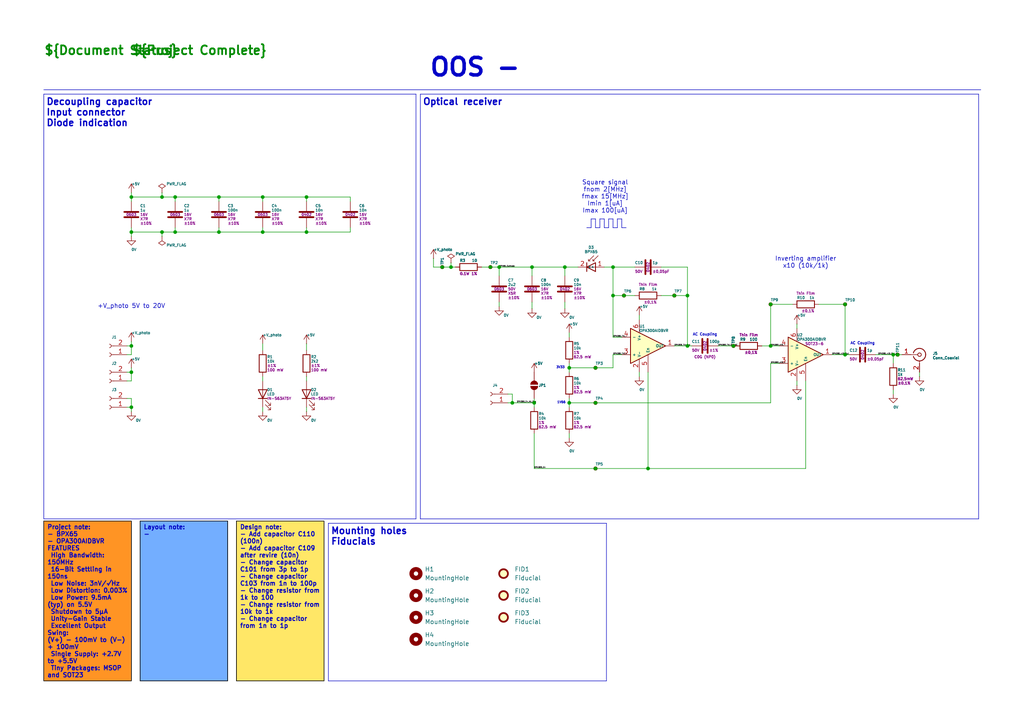
<source format=kicad_sch>
(kicad_sch (version 20250114) (generator "eeschema") (generator_version "9.0")
  (paper "A4")
  (title_block (title "${Project Title}") (date "${Date Start Schematic}") (rev "${Project Revision}") (company "${Company}") (comment 1 "${Engineer}") (comment 2 "${Email}") (comment 3 "${Phone Number}") (comment 4 "${Project Reason}"))
  (text "+V_photo 5V to 20V" (at 38.1 88.9 0) (effects (font (size 1.27 1.27))))
  (text "Square signal\nfnom 2[MHz]\nfmax 15[MHz]\nImin 1[uA]\nImax 100[uA]" (at 175.514 57.15 0) (effects (font (size 1.27 1.27))))
  (text "Mounting holes\nFiducials" (at 95.885 153.035 0) (effects (font (size 1.905 1.905) (thickness 0.381) (bold yes)) (justify left top)))
  (text "AC Coupling" (at 250.19 99.695 0) (effects (font (size 0.762 0.762))))
  (text "Inverting amplifier\nx10 (10k/1k)" (at 233.68 76.2 0) (effects (font (size 1.27 1.27))))
  (text "AC Coupling" (at 204.47 97.155 0) (effects (font (size 0.762 0.762))))
  (text "1V66" (at 161.544 116.84 0) (effects (font (size 0.635 0.635)) (justify left)))
  (text "${Project Complete}" (at 38.1 13.335 0) (effects (font (size 2.54 2.54) (thickness 0.508) (bold yes)) (justify left top)))
  (text "${Document Status}" (at 12.7 13.335 0) (effects (font (size 2.54 2.54) (thickness 0.508) (bold yes)) (justify left top)))
  (text "Decoupling capacitor\nInput connector\nDiode indication" (at 13.335 28.575 0) (effects (font (size 1.905 1.905) (thickness 0.381) (bold yes)) (justify left top)))
  (text "OOS - ${SHEETNAME}" (at 139.7 19.685 0) (effects (font (size 5.08 5.08) (thickness 1.016) (bold yes))))
  (text "3V33" (at 161.29 106.68 0) (effects (font (size 0.635 0.635)) (justify left)))
  (text "Optical receiver" (at 122.555 28.575 0) (effects (font (size 1.905 1.905) (thickness 0.381) (bold yes)) (justify left top)))
  (text_box "Design note:\n- Add capacitor C110 (100n)\n- Add capacitor C109 after revire (10n)\n- Change capacitor C101 from 3p to 1p\n- Change capacitor C103 from 1n to 100p\n- Change resistor from 1k to 100\n- Change resistor from 10k to 1k\n- Change capacitor from 1n to 1p" (at 68.58 151.13 0) (size 25.4 46.355) (margins 0.9525 0.9525 0.9525 0.9525) (stroke (width 0.2032) (color 0 0 0 1)) (fill (type color) (color 255 231 103 1)) (effects (font (size 1.27 1.27) (thickness 0.254) (bold yes)) (justify left top)))
  (text_box "Layout note:\n-" (at 40.64 151.13 0) (size 25.4 46.355) (margins 0.9525 0.9525 0.9525 0.9525) (stroke (width 0.2032) (color 0 0 0 1)) (fill (type color) (color 115 174 255 1)) (effects (font (size 1.27 1.27) (thickness 0.254) (bold yes)) (justify left top)))
  (text_box "Project note:\n- BPX65\n- OPA300AIDBVR\nFEATURES\n High Bandwidth: 150MHz\n 16-Bit Settling in 150ns\n Low Noise: 3nV/√Hz\n Low Distortion: 0.003%\n Low Power: 9.5mA (typ) on 5.5V\n Shutdown to 5μA\n Unity-Gain Stable\n Excellent Output Swing:\n(V+) − 100mV to (V−) + 100mV\n Single Supply: +2.7V to +5.5V\n Tiny Packages: MSOP and SOT23" (at 12.7 151.13 0) (size 25.4 46.355) (margins 0.9525 0.9525 0.9525 0.9525) (stroke (width 0.2032) (color 0 0 0 1)) (fill (type color) (color 255 148 36 1)) (effects (font (size 1.27 1.27) (thickness 0.254) (bold yes)) (justify left top)))
  (junction (at 172.72 116.84))
  (junction (at 142.24 77.47))
  (junction (at 199.39 100.33))
  (junction (at 38.1 100.33))
  (junction (at 187.96 135.89))
  (junction (at 177.8 77.47))
  (junction (at 165.1 106.68))
  (junction (at 260.35 102.87))
  (junction (at 223.52 88.265))
  (junction (at 38.1 57.15))
  (junction (at 177.8 85.725))
  (junction (at 46.99 67.31))
  (junction (at 154.94 116.84))
  (junction (at 172.72 106.68))
  (junction (at 144.78 77.47))
  (junction (at 50.8 57.15))
  (junction (at 148.59 116.84))
  (junction (at 38.1 107.95))
  (junction (at 223.52 100.33))
  (junction (at 199.39 85.725))
  (junction (at 154.305 77.47))
  (junction (at 180.975 85.725))
  (junction (at 63.5 57.15))
  (junction (at 128.27 77.47))
  (junction (at 245.11 88.265))
  (junction (at 165.1 116.84))
  (junction (at 88.9 57.15))
  (junction (at 63.5 67.31))
  (junction (at 46.99 57.15))
  (junction (at 130.81 77.47))
  (junction (at 259.08 102.87))
  (junction (at 76.2 67.31))
  (junction (at 163.83 77.47))
  (junction (at 245.11 102.87))
  (junction (at 88.9 67.31))
  (junction (at 38.1 118.11))
  (junction (at 195.58 85.725))
  (junction (at 172.72 135.89))
  (junction (at 50.8 67.31))
  (junction (at 38.1 67.31))
  (junction (at 76.2 57.15))
  (junction (at 212.725 100.33))
  (wire (pts (xy 88.9 109.22) (xy 88.9 110.49)))
  (wire (pts (xy 199.39 100.33) (xy 200.66 100.33)))
  (wire (pts (xy 101.6 57.15) (xy 101.6 58.42)))
  (polyline (pts (xy 12.7 27.305) (xy 120.65 27.305)))
  (wire (pts (xy 76.2 57.15) (xy 88.9 57.15)))
  (wire (pts (xy 187.96 107.95) (xy 187.96 135.89)))
  (wire (pts (xy 187.96 135.89) (xy 233.68 135.89)))
  (wire (pts (xy 223.52 100.33) (xy 226.06 100.33)))
  (wire (pts (xy 46.99 67.31) (xy 46.99 68.58)))
  (wire (pts (xy 76.2 99.695) (xy 76.2 101.6)))
  (polyline (pts (xy 120.65 150.495) (xy 12.7 150.495)))
  (wire (pts (xy 36.83 115.57) (xy 38.1 115.57)))
  (wire (pts (xy 38.1 107.95) (xy 38.1 106.68)))
  (wire (pts (xy 46.99 67.31) (xy 50.8 67.31)))
  (wire (pts (xy 144.78 77.47) (xy 142.24 77.47)))
  (wire (pts (xy 147.32 116.84) (xy 148.59 116.84)))
  (wire (pts (xy 260.35 102.87) (xy 261.62 102.87)))
  (polyline (pts (xy 179.07 66.04) (xy 179.07 63.5)))
  (wire (pts (xy 128.27 77.47) (xy 130.81 77.47)))
  (wire (pts (xy 88.9 67.31) (xy 101.6 67.31)))
  (wire (pts (xy 50.8 66.04) (xy 50.8 67.31)))
  (wire (pts (xy 177.8 77.47) (xy 175.26 77.47)))
  (wire (pts (xy 259.08 105.41) (xy 259.08 102.87)))
  (wire (pts (xy 144.78 87.63) (xy 144.78 88.9)))
  (polyline (pts (xy 180.34 66.04) (xy 181.61 66.04)))
  (wire (pts (xy 172.72 135.89) (xy 187.96 135.89)))
  (wire (pts (xy 38.1 100.33) (xy 38.1 99.06)))
  (wire (pts (xy 165.1 125.73) (xy 165.1 127)))
  (wire (pts (xy 245.11 88.265) (xy 245.11 102.87)))
  (polyline (pts (xy 176.53 63.5) (xy 177.8 63.5)))
  (wire (pts (xy 163.83 77.47) (xy 167.64 77.47)))
  (wire (pts (xy 259.08 102.87) (xy 260.35 102.87)))
  (wire (pts (xy 195.58 100.33) (xy 199.39 100.33)))
  (wire (pts (xy 125.73 74.93) (xy 125.73 77.47)))
  (wire (pts (xy 177.8 85.725) (xy 177.8 97.79)))
  (wire (pts (xy 36.83 118.11) (xy 38.1 118.11)))
  (polyline (pts (xy 12.7 27.305) (xy 12.7 150.495)))
  (wire (pts (xy 246.38 102.87) (xy 245.11 102.87)))
  (wire (pts (xy 88.9 66.04) (xy 88.9 67.31)))
  (wire (pts (xy 223.52 116.84) (xy 223.52 105.41)))
  (polyline (pts (xy 173.99 63.5) (xy 175.26 63.5)))
  (wire (pts (xy 165.1 106.68) (xy 165.1 107.95)))
  (wire (pts (xy 38.1 57.15) (xy 46.99 57.15)))
  (polyline (pts (xy 180.34 63.5) (xy 180.34 66.04)))
  (wire (pts (xy 163.83 87.63) (xy 163.83 89.535)))
  (wire (pts (xy 165.1 115.57) (xy 165.1 116.84)))
  (wire (pts (xy 233.68 135.89) (xy 233.68 110.49)))
  (wire (pts (xy 38.1 57.15) (xy 38.1 58.42)))
  (wire (pts (xy 195.58 85.725) (xy 199.39 85.725)))
  (wire (pts (xy 36.83 110.49) (xy 38.1 110.49)))
  (wire (pts (xy 172.72 106.68) (xy 177.8 106.68)))
  (wire (pts (xy 63.5 57.15) (xy 63.5 58.42)))
  (wire (pts (xy 180.34 97.79) (xy 177.8 97.79)))
  (wire (pts (xy 88.9 118.11) (xy 88.9 119.38)))
  (wire (pts (xy 254 102.87) (xy 259.08 102.87)))
  (polyline (pts (xy 121.92 27.305) (xy 121.92 150.495)))
  (wire (pts (xy 231.14 93.98) (xy 231.14 95.25)))
  (wire (pts (xy 76.2 67.31) (xy 76.2 66.04)))
  (wire (pts (xy 142.24 77.47) (xy 139.7 77.47)))
  (polyline (pts (xy 283.845 150.495) (xy 121.92 150.495)))
  (wire (pts (xy 46.99 57.15) (xy 50.8 57.15)))
  (wire (pts (xy 147.32 114.3) (xy 148.59 114.3)))
  (polyline (pts (xy 177.8 66.04) (xy 179.07 66.04)))
  (wire (pts (xy 191.77 85.725) (xy 195.58 85.725)))
  (wire (pts (xy 38.1 118.11) (xy 38.1 119.38)))
  (wire (pts (xy 154.305 77.47) (xy 163.83 77.47)))
  (wire (pts (xy 154.305 77.47) (xy 154.305 80.01)))
  (wire (pts (xy 220.98 100.33) (xy 223.52 100.33)))
  (polyline (pts (xy 176.53 66.04) (xy 176.53 63.5)))
  (polyline (pts (xy 177.8 63.5) (xy 177.8 66.04)))
  (wire (pts (xy 241.3 102.87) (xy 245.11 102.87)))
  (polyline (pts (xy 179.07 63.5) (xy 180.34 63.5)))
  (polyline (pts (xy 120.65 27.305) (xy 120.65 150.495)))
  (wire (pts (xy 177.8 106.68) (xy 177.8 102.87)))
  (wire (pts (xy 144.78 80.01) (xy 144.78 77.47)))
  (wire (pts (xy 154.94 125.73) (xy 154.94 135.89)))
  (polyline (pts (xy 175.895 151.765) (xy 175.895 197.485)))
  (wire (pts (xy 88.9 57.15) (xy 88.9 58.42)))
  (wire (pts (xy 185.42 107.95) (xy 185.42 109.22)))
  (polyline (pts (xy 171.45 66.04) (xy 171.45 63.5)))
  (wire (pts (xy 154.94 135.89) (xy 172.72 135.89)))
  (wire (pts (xy 266.7 107.95) (xy 266.7 109.22)))
  (wire (pts (xy 148.59 114.3) (xy 148.59 116.84)))
  (polyline (pts (xy 95.25 151.765) (xy 95.25 197.485)))
  (wire (pts (xy 237.49 88.265) (xy 245.11 88.265)))
  (wire (pts (xy 223.52 88.265) (xy 229.87 88.265)))
  (wire (pts (xy 177.8 85.725) (xy 180.975 85.725)))
  (wire (pts (xy 36.83 100.33) (xy 38.1 100.33)))
  (wire (pts (xy 38.1 102.87) (xy 38.1 100.33)))
  (wire (pts (xy 165.1 106.68) (xy 172.72 106.68)))
  (polyline (pts (xy 283.845 27.305) (xy 283.845 150.495)))
  (wire (pts (xy 223.52 88.265) (xy 223.52 100.33)))
  (wire (pts (xy 259.08 114.3) (xy 259.08 113.03)))
  (wire (pts (xy 88.9 99.695) (xy 88.9 101.6)))
  (wire (pts (xy 172.72 116.84) (xy 223.52 116.84)))
  (wire (pts (xy 177.8 102.87) (xy 180.34 102.87)))
  (wire (pts (xy 38.1 67.31) (xy 38.1 68.58)))
  (wire (pts (xy 50.8 57.15) (xy 50.8 58.42)))
  (wire (pts (xy 38.1 66.04) (xy 38.1 67.31)))
  (wire (pts (xy 88.9 57.15) (xy 101.6 57.15)))
  (wire (pts (xy 208.28 100.33) (xy 212.725 100.33)))
  (polyline (pts (xy 173.99 66.04) (xy 173.99 63.5)))
  (wire (pts (xy 36.83 102.87) (xy 38.1 102.87)))
  (wire (pts (xy 101.6 66.04) (xy 101.6 67.31)))
  (wire (pts (xy 165.1 96.52) (xy 165.1 97.79)))
  (wire (pts (xy 154.94 116.84) (xy 154.94 118.11)))
  (polyline (pts (xy 121.92 27.305) (xy 283.845 27.305)))
  (wire (pts (xy 180.975 85.725) (xy 184.15 85.725)))
  (polyline (pts (xy 175.895 197.485) (xy 95.25 197.485)))
  (polyline (pts (xy 175.26 63.5) (xy 175.26 66.04)))
  (wire (pts (xy 199.39 85.725) (xy 199.39 77.47)))
  (wire (pts (xy 76.2 109.22) (xy 76.2 110.49)))
  (polyline (pts (xy 172.72 63.5) (xy 172.72 66.04)))
  (wire (pts (xy 154.305 87.63) (xy 154.305 89.535)))
  (wire (pts (xy 144.78 77.47) (xy 154.305 77.47)))
  (wire (pts (xy 177.8 77.47) (xy 184.15 77.47)))
  (wire (pts (xy 154.94 115.57) (xy 154.94 116.84)))
  (polyline (pts (xy 175.26 66.04) (xy 176.53 66.04)))
  (wire (pts (xy 231.14 110.49) (xy 231.14 111.76)))
  (wire (pts (xy 165.1 116.84) (xy 172.72 116.84)))
  (wire (pts (xy 46.99 55.88) (xy 46.99 57.15)))
  (wire (pts (xy 76.2 57.15) (xy 76.2 58.42)))
  (wire (pts (xy 223.52 105.41) (xy 226.06 105.41)))
  (wire (pts (xy 125.73 77.47) (xy 128.27 77.47)))
  (wire (pts (xy 165.1 116.84) (xy 165.1 118.11)))
  (wire (pts (xy 199.39 77.47) (xy 191.77 77.47)))
  (wire (pts (xy 63.5 57.15) (xy 76.2 57.15)))
  (wire (pts (xy 199.39 85.725) (xy 199.39 100.33)))
  (wire (pts (xy 130.81 76.2) (xy 130.81 77.47)))
  (wire (pts (xy 185.42 91.44) (xy 185.42 92.71)))
  (wire (pts (xy 36.83 107.95) (xy 38.1 107.95)))
  (wire (pts (xy 50.8 57.15) (xy 63.5 57.15)))
  (polyline (pts (xy 171.45 63.5) (xy 172.72 63.5)))
  (wire (pts (xy 38.1 67.31) (xy 46.99 67.31)))
  (wire (pts (xy 63.5 67.31) (xy 76.2 67.31)))
  (wire (pts (xy 163.83 77.47) (xy 163.83 80.01)))
  (wire (pts (xy 165.1 105.41) (xy 165.1 106.68)))
  (wire (pts (xy 177.8 85.725) (xy 177.8 77.47)))
  (wire (pts (xy 38.1 55.88) (xy 38.1 57.15)))
  (wire (pts (xy 63.5 66.04) (xy 63.5 67.31)))
  (wire (pts (xy 76.2 118.11) (xy 76.2 119.38)))
  (wire (pts (xy 50.8 67.31) (xy 63.5 67.31)))
  (wire (pts (xy 38.1 110.49) (xy 38.1 107.95)))
  (wire (pts (xy 130.81 77.47) (xy 132.08 77.47)))
  (wire (pts (xy 38.1 115.57) (xy 38.1 118.11)))
  (polyline (pts (xy 12.7 26.035) (xy 284.48 26.035)))
  (wire (pts (xy 148.59 116.84) (xy 154.94 116.84)))
  (wire (pts (xy 76.2 67.31) (xy 88.9 67.31)))
  (wire (pts (xy 212.725 100.33) (xy 213.36 100.33)))
  (polyline (pts (xy 170.18 66.04) (xy 171.45 66.04)))
  (polyline (pts (xy 95.25 151.765) (xy 175.895 151.765)))
  (polyline (pts (xy 172.72 66.04) (xy 173.99 66.04)))
  (label "OPA300_TIA_Out_AC" (at 208.28 100.33 0) (effects (font (size 0.381 0.381))))
  (label "OPA300_TIA_-" (at 177.8 97.79 0) (effects (font (size 0.381 0.381))))
  (label "OPA300_x10_Out" (at 241.3 102.87 0) (effects (font (size 0.381 0.381))))
  (label "OPA300_TIA_+" (at 177.8 102.87 0) (effects (font (size 0.381 0.381))))
  (label "BPX65_Cathode" (at 144.78 77.47 0) (effects (font (size 0.381 0.381))))
  (label "OPA300_x10_-" (at 223.52 100.33 0) (effects (font (size 0.381 0.381))))
  (label "OPA300_x10_+" (at 223.52 105.41 0) (effects (font (size 0.381 0.381))))
  (label "OPA300_TIA_Out" (at 195.58 100.33 0) (effects (font (size 0.381 0.381))))
  (label "OPA300_En" (at 154.94 135.89 0) (effects (font (size 0.381 0.381) (thickness 0.254) (bold yes))))
  (label "OPA300_x10_Out_AC" (at 254.635 102.87 0) (effects (font (size 0.381 0.381))))
  (label "OPA300_En_Alt_Con" (at 149.86 116.84 0) (effects (font (size 0.381 0.381) (thickness 0.254) (bold yes))))
  (symbol (lib_id "Mechanical:MountingHole") (at 120.65 172.72 0) (unit 1) (in_bom no)
    (property "Reference" "H2" (at 123.19 171.4499 0) (effects (justify left)))
    (property "Value" "MountingHole" (at 123.19 173.9899 0) (effects (justify left)))
    (property "Footprint" "MountingHole:MountingHole_3.2mm_M3" (effects (hide yes)))
    (property "Description" "Mounting Hole without connection" (effects (hide yes)))
  )
  (symbol (lib_id "power:+5V") (at 38.1 99.06 0) (unit 1)
    (property "Reference" "#PWR03" (effects (hide yes)))
    (property "Value" "+V_photo" (at 38.1 96.52 0) (effects (font (size 0.762 0.762)) (justify left)))
    (property "Description" "Power symbol creates a global label with name \"+5V\"" (effects (hide yes)))
  )
  (symbol (lib_id "power:+5V") (at 38.1 55.88 0) (unit 1)
    (property "Reference" "#PWR01" (effects (hide yes)))
    (property "Value" "+5V" (at 38.1 53.34 0) (effects (font (size 0.762 0.762)) (justify left)))
    (property "Description" "Power symbol creates a global label with name \"+5V\"" (effects (hide yes)))
  )
  (symbol (lib_id "Device:C") (at 144.78 83.82 180) (unit 1)
    (property "Reference" "C7" (at 147.32 81.28 0) (effects (font (size 0.762 0.762)) (justify right)))
    (property "Value" "2u2" (at 147.32 82.55 0) (effects (font (size 0.762 0.762)) (justify right)))
    (property "Footprint" "Capacitor_SMD:C_0603_1608Metric" (effects (hide yes)))
    (property "Description" "Unpolarized capacitor" (effects (hide yes)))
    (property "Voltage Rating" "50V" (at 147.32 83.82 0) (effects (font (size 0.762 0.762)) (justify right)))
    (property "Dielectric" "X5R" (at 147.32 85.09 0) (effects (font (size 0.762 0.762)) (justify right)))
    (property "Package" "0603" (at 144.78 83.82 0) (effects (font (size 0.762 0.762))))
    (property "Supplier" "NA" (effects (hide yes)))
    (property "Tolerance" "±10%" (at 147.32 86.36 0) (effects (font (size 0.762 0.762)) (justify right)))
    (property "MPN after review" "LMK107BJ225KA-T" (effects (hide yes)))
  )
  (symbol (lib_id "Device:R") (at 154.94 121.92 0) (unit 1)
    (property "Reference" "R4" (at 156.21 120.015 0) (effects (font (size 0.762 0.762)) (justify left)))
    (property "Value" "10k" (at 156.21 121.285 0) (effects (font (size 0.762 0.762)) (justify left)))
    (property "Footprint" "Resistor_SMD:R_0402_1005Metric" (effects (hide yes)))
    (property "Datasheet" "https://eu.mouser.com/datasheet/2/447/PYu_RC_Group_51_RoHS_L_11-1984063.pdf" (effects (hide yes)))
    (property "Description" "Resistor" (effects (hide yes)))
    (property "Power Rating" "62.5 mW" (at 156.21 123.825 0) (effects (font (size 0.762 0.762)) (justify left)))
    (property "Tolerance" "1%" (at 156.21 122.555 0) (effects (font (size 0.762 0.762)) (justify left)))
    (property "Temperature Coefficient" "100 PPM / C" (effects (hide yes)))
    (property "Voltage Rating" "50V" (effects (hide yes)))
    (property "MPN after review" "RC0603JR-13100KL" (effects (hide yes)))
    (property "Supplier" "TME" (effects (hide yes)))
    (property "Package" "0402" (effects (hide yes)))
  )
  (symbol (lib_id "Device:C") (at 187.96 77.47 90) (unit 1)
    (property "Reference" "C10" (at 184.15 76.2 90) (effects (font (size 0.762 0.762)) (justify right)))
    (property "Value" "1p" (at 189.23 76.2 90) (effects (font (size 0.762 0.762)) (justify right)))
    (property "Footprint" "Capacitor_SMD:C_0402_1005Metric" (effects (hide yes)))
    (property "Datasheet" "https://eu.mouser.com/datasheet/2/281/1/GJM1555C1H3R0WB01_01A-3149772.pdf" (effects (hide yes)))
    (property "Description" "Unpolarized capacitor" (effects (hide yes)))
    (property "Voltage Rating" "50V" (at 184.15 78.74 90) (effects (font (size 0.762 0.762)) (justify right)))
    (property "Package" "0402" (at 187.96 77.47 0) (effects (font (size 0.762 0.762))))
    (property "Supplier" "TME" (effects (hide yes)))
    (property "Tolerance" "±0,05pF " (at 189.23 78.74 90) (effects (font (size 0.762 0.762)) (justify right)))
    (property "MPN before review" "GJM1555C1H3R0WB01D" (effects (hide yes)))
    (property "Dielectric" "COG (NP0)" (effects (hide yes)))
    (property "MPN after review" "GJM1555C1H1R0WB01D" (effects (hide yes)))
  )
  (symbol (lib_id "Connector:Conn_01x02_Socket") (at 142.24 116.84 180) (unit 1)
    (property "Reference" "J4" (at 142.875 111.76 0) (effects (font (size 0.762 0.762)) (justify right)))
    (property "Value" "Conn_01x02_Socket" (effects (hide yes)))
    (property "Footprint" "Connector_PinHeader_2.54mm:PinHeader_1x02_P2.54mm_Vertical" (effects (hide yes)))
    (property "Description" "Generic connector, single row, 01x02, script generated" (effects (hide yes)))
  )
  (symbol (lib_id "Device:C") (at 154.305 83.82 0) (unit 1)
    (property "Reference" "C8" (at 156.845 81.28 0) (effects (font (size 0.762 0.762)) (justify left)))
    (property "Value" "100n" (at 156.845 82.55 0) (effects (font (size 0.762 0.762)) (justify left)))
    (property "Footprint" "Capacitor_SMD:C_0603_1608Metric" (effects (hide yes)))
    (property "Description" "Unpolarized capacitor" (effects (hide yes)))
    (property "Voltage Rating" "16V" (at 156.845 83.82 0) (effects (font (size 0.762 0.762)) (justify left)))
    (property "Dielectric" "X7R" (at 156.845 85.09 0) (effects (font (size 0.762 0.762)) (justify left)))
    (property "Package" "0603" (at 154.305 83.82 0) (effects (font (size 0.762 0.762))))
    (property "Tolerance" "±10%" (at 156.845 86.36 0) (effects (font (size 0.762 0.762)) (justify left)))
    (property "MPN after review" "EMK108B7104KA-T" (effects (hide yes)))
    (property "Supplier" "TME" (effects (hide yes)))
  )
  (symbol (lib_id "Device:C") (at 38.1 62.23 0) (unit 1)
    (property "Reference" "C1" (at 40.64 59.69 0) (effects (font (size 0.762 0.762)) (justify left)))
    (property "Value" "1u" (at 40.64 60.96 0) (effects (font (size 0.762 0.762)) (justify left)))
    (property "Footprint" "Capacitor_SMD:C_0603_1608Metric" (effects (hide yes)))
    (property "Description" "Unpolarized capacitor" (effects (hide yes)))
    (property "Voltage Rating" "16V" (at 40.64 62.23 0) (effects (font (size 0.762 0.762)) (justify left)))
    (property "Dielectric" "X7R" (at 40.64 63.5 0) (effects (font (size 0.762 0.762)) (justify left)))
    (property "Package" "0603" (at 38.1 62.23 0) (effects (font (size 0.762 0.762))))
    (property "Tolerance" "±10%" (at 40.64 64.77 0) (effects (font (size 0.762 0.762)) (justify left)))
    (property "MPN after review" "C0603C105K4RACTU" (effects (hide yes)))
    (property "Supplier" "TME" (effects (hide yes)))
  )
  (symbol (lib_id "Device:R") (at 259.08 109.22 180) (unit 1)
    (property "Reference" "R11" (at 260.35 107.315 0) (effects (font (size 0.762 0.762)) (justify right)))
    (property "Value" "1k" (at 260.35 108.585 0) (effects (font (size 0.762 0.762)) (justify right)))
    (property "Footprint" "Resistor_SMD:R_0402_1005Metric" (effects (hide yes)))
    (property "Datasheet" "https://www.yageo.com/upload/media/product/productsearch/datasheet/rchip/PYu-RT_1-to-0.01_RoHS_L_15.pdf" (effects (hide yes)))
    (property "Description" "Resistor" (effects (hide yes)))
    (property "Power Rating" "62,5mW" (at 260.35 109.855 0) (effects (font (size 0.762 0.762)) (justify right)))
    (property "Tolerance" "±0,1%" (at 260.35 111.125 0) (effects (font (size 0.762 0.762)) (justify right)))
    (property "Temperature Coefficient" "25ppm/°C" (effects (hide yes)))
    (property "MPN after review" "RT0402BRD071KL" (effects (hide yes)))
    (property "Package" "0402" (effects (hide yes)))
  )
  (symbol (lib_id "Device:R") (at 165.1 111.76 0) (unit 1)
    (property "Reference" "R6" (at 166.37 109.855 0) (effects (font (size 0.762 0.762)) (justify left)))
    (property "Value" "10k" (at 166.37 111.125 0) (effects (font (size 0.762 0.762)) (justify left)))
    (property "Footprint" "Resistor_SMD:R_0402_1005Metric" (effects (hide yes)))
    (property "Datasheet" "https://eu.mouser.com/datasheet/2/447/PYu_RC_Group_51_RoHS_L_11-1984063.pdf" (effects (hide yes)))
    (property "Description" "Resistor" (effects (hide yes)))
    (property "Power Rating" "62.5 mW" (at 166.37 113.665 0) (effects (font (size 0.762 0.762)) (justify left)))
    (property "Tolerance" "1%" (at 166.37 112.395 0) (effects (font (size 0.762 0.762)) (justify left)))
    (property "Temperature Coefficient" "100 PPM / C" (effects (hide yes)))
    (property "Voltage Rating" "50V" (effects (hide yes)))
    (property "MPN after review" "RC0603JR-13100KL" (effects (hide yes)))
    (property "Supplier" "TME" (effects (hide yes)))
    (property "Package" "0402" (effects (hide yes)))
  )
  (symbol (lib_id "Connector:TestPoint_Small") (at 245.11 88.265 0) (unit 1)
    (property "Reference" "TP10" (at 245.11 86.995 0) (effects (font (size 0.762 0.762)) (justify left)))
    (property "Value" "TestPoint_Small" (effects (hide yes)))
    (property "Footprint" "TestPoint:TestPoint_Pad_D1.0mm" (effects (hide yes)))
    (property "Description" "test point" (effects (hide yes)))
  )
  (symbol (lib_id "power:GND") (at 76.2 119.38 0) (unit 1)
    (property "Reference" "#PWR07" (effects (hide yes)))
    (property "Value" "0V" (at 77.47 121.92 0) (effects (font (size 0.762 0.762)) (justify left)))
    (property "Description" "Power symbol creates a global label with name \"GND\" , ground" (effects (hide yes)))
  )
  (symbol (lib_id "power:+5V") (at 154.94 107.95 0) (unit 1)
    (property "Reference" "#PWR013" (effects (hide yes)))
    (property "Value" "+5V" (at 154.94 105.41 0) (effects (font (size 0.762 0.762)) (justify left)))
    (property "Description" "Power symbol creates a global label with name \"+5V\"" (effects (hide yes)))
  )
  (symbol (lib_id "power:+5V") (at 125.73 74.93 0) (unit 1)
    (property "Reference" "#PWR010" (effects (hide yes)))
    (property "Value" "+V_photo" (at 125.73 72.39 0) (effects (font (size 0.762 0.762)) (justify left)))
    (property "Description" "Power symbol creates a global label with name \"+5V\"" (effects (hide yes)))
  )
  (symbol (lib_id "Mechanical:MountingHole") (at 120.65 166.37 0) (unit 1) (in_bom no)
    (property "Reference" "H1" (at 123.19 165.0999 0) (effects (justify left)))
    (property "Value" "MountingHole" (at 123.19 167.6399 0) (effects (justify left)))
    (property "Footprint" "MountingHole:MountingHole_3.2mm_M3" (effects (hide yes)))
    (property "Description" "Mounting Hole without connection" (effects (hide yes)))
  )
  (symbol (lib_id "power:+5V") (at 231.14 93.98 0) (unit 1)
    (property "Reference" "#PWR019" (effects (hide yes)))
    (property "Value" "+5V" (at 231.14 91.44 0) (effects (font (size 0.762 0.762)) (justify left)))
    (property "Description" "Power symbol creates a global label with name \"+5V\"" (effects (hide yes)))
  )
  (symbol (lib_id "Device:R") (at 217.17 100.33 90) (unit 1)
    (property "Reference" "R9" (at 214.63 98.425 90) (effects (font (size 0.762 0.762)) (justify right)))
    (property "Value" "100" (at 219.71 98.425 90) (effects (font (size 0.762 0.762)) (justify left)))
    (property "Footprint" "Resistor_SMD:R_0402_1005Metric" (effects (hide yes)))
    (property "Datasheet" "https://www.yageo.com/upload/media/product/productsearch/datasheet/rchip/PYu-RT_1-to-0.01_RoHS_L_15.pdf" (effects (hide yes)))
    (property "Description" "Resistor" (effects (hide yes)))
    (property "Power Rating" "62,5mW" (effects (hide yes)))
    (property "Tolerance" "±0,1%" (at 219.71 102.235 90) (effects (font (size 0.762 0.762)) (justify left)))
    (property "Temperature Coefficient" "25ppm/°C" (effects (hide yes)))
    (property "Type" "Thin Film" (at 217.17 97.155 90) (effects (font (size 0.762 0.762))))
    (property "Package" "0402" (effects (hide yes)))
    (property "MPN before review" "RT0402BRD071KL" (effects (hide yes)))
    (property "MPN after review" "ERA2AEB101X" (effects (hide yes)))
    (property "Supplier" "TME" (effects (hide yes)))
    (property "Voltage Rating" "100V" (effects (hide yes)))
  )
  (symbol (lib_id "power:GND") (at 231.14 111.76 0) (unit 1)
    (property "Reference" "#PWR020" (effects (hide yes)))
    (property "Value" "0V" (at 231.14 115.57 0) (effects (font (size 0.762 0.762)) (justify left)))
    (property "Description" "Power symbol creates a global label with name \"GND\" , ground" (effects (hide yes)))
  )
  (symbol (lib_id "Device:R") (at 88.9 105.41 0) (unit 1)
    (property "Reference" "R2" (at 90.17 103.505 0) (effects (font (size 0.762 0.762)) (justify left)))
    (property "Value" "2k2" (at 90.17 104.775 0) (effects (font (size 0.762 0.762)) (justify left)))
    (property "Footprint" "Resistor_SMD:R_0603_1608Metric" (effects (hide yes)))
    (property "Description" "Resistor" (effects (hide yes)))
    (property "Power Rating" "100 mW" (at 90.17 107.315 0) (effects (font (size 0.762 0.762)) (justify left)))
    (property "Tolerance" "±1%" (at 90.17 106.045 0) (effects (font (size 0.762 0.762)) (justify left)))
    (property "Supplier" "TME" (effects (hide yes)))
    (property "MPN" "RT0603FRE072K2L" (effects (hide yes)))
    (property "Temperature Coefficient" "50ppm/°C" (effects (hide yes)))
    (property "Package" "0603" (effects (hide yes)))
  )
  (symbol (lib_id "QP Biblioteka:OPA300AIDBVR") (at 226.06 95.25 0) (unit 1)
    (property "Reference" "U2" (at 231.14 97.155 0) (effects (font (size 0.762 0.762)) (justify left)))
    (property "Value" "OPA300AIDBVR" (at 231.14 98.425 0) (effects (font (size 0.762 0.762)) (justify left)))
    (property "Footprint" "Package_TO_SOT_SMD:SOT-23-6_Handsoldering" (effects (hide yes)))
    (property "Datasheet" "https://www.ti.com/lit/ds/symlink/opa300.pdf?ts=1728521226182&ref_url=https%253A%252F%252Fwww.ti.com%252Fsitesearch%252Fen-us%252Fdocs%252Funiversalsearch.tsp%253FlangPref%253Den-US%2526nr%253D5%2526searchTerm%253DOPA300AID" (effects (hide yes)))
    (property "Description" "The OPA300 and OPA301 series high-speed, voltage-feedback, CMOS operational amplifiers are designed for 16-bit resolution systems. The OPA300/OPA301 series are unity-gain stable and feature excellent settling and harmonic distortion specifications. Low power applications benefit from low quiescent current. The OPA300 and OPA2300 feature a digital shutdown (Enable) function to provide additional power savings during idle periods. Optimized for single-supply operation, the OPA300/OPA301 series offer superior output swing and excellent common-mode range. The OPA300 and OPA301 series op amps have 150MHz of unity-gain bandwidth, low 3nV/√Hz voltage noise, and 0.1% settling within 30ns. Single-supply operation from 2.7V (±1.35V) to 5.5V (±2.75V) and an available shutdown function that reduces supply current to 5µA are useful for portable low-power applications. The OPA300 and OPA301 are available in SO-8 and SOT-23 packages. The OPA2300 is available in MSOP-10, and the OPA2301 is available in SO-8 and MSOP-8. All versions are specified over the industrial temperature range of −40°C to +125°C." (effects (hide yes)))
    (property "Supplier" "TME" (effects (hide yes)))
    (property "Package" "SOT23-6" (at 236.22 99.695 0) (effects (font (size 0.762 0.762))))
  )
  (symbol (lib_id "power:PWR_FLAG") (at 46.99 68.58 0) (mirror x) (unit 1)
    (property "Reference" "#FLG02" (effects (hide yes)))
    (property "Value" "PWR_FLAG" (at 48.26 71.12 0) (effects (font (size 0.762 0.762)) (justify left)))
    (property "Description" "Special symbol for telling ERC where power comes from" (effects (hide yes)))
  )
  (symbol (lib_id "Device:R") (at 135.89 77.47 90) (unit 1)
    (property "Reference" "R3" (at 133.35 75.565 90) (effects (font (size 0.762 0.762)) (justify right)))
    (property "Value" "10" (at 138.43 75.565 90) (effects (font (size 0.762 0.762)) (justify left)))
    (property "Footprint" "Resistor_SMD:R_0603_1608Metric" (effects (hide yes)))
    (property "Datasheet" "https://eu.mouser.com/datasheet/2/54/cr-1858361.pdf" (effects (hide yes)))
    (property "Description" "Resistor" (effects (hide yes)))
    (property "Power Rating" "0.1W" (at 133.35 79.375 90) (effects (font (size 0.762 0.762)) (justify right)))
    (property "Tolerance" "1%" (at 138.43 79.375 90) (effects (font (size 0.762 0.762)) (justify left)))
    (property "Temperature Coefficient" "100 PPM/C" (effects (hide yes)))
    (property "Voltage Rating" "75 V" (effects (hide yes)))
    (property "Supplier" "TME" (effects (hide yes)))
    (property "Package" "0603" (effects (hide yes)))
  )
  (symbol (lib_id "Jumper:SolderJumper_2_Open") (at 154.94 111.76 90) (unit 1) (in_bom no)
    (property "Reference" "JP1" (at 156.21 111.76 90) (effects (font (size 0.762 0.762)) (justify right)))
    (property "Value" "SolderJumper_2_Open" (effects (hide yes)))
    (property "Footprint" "Jumper:SolderJumper-2_P1.3mm_Bridged_RoundedPad1.0x1.5mm" (effects (hide yes)))
    (property "Description" "Solder Jumper, 2-pole, open" (effects (hide yes)))
  )
  (symbol (lib_id "Mechanical:MountingHole") (at 120.65 179.07 0) (unit 1) (in_bom no)
    (property "Reference" "H3" (at 123.19 177.7999 0) (effects (justify left)))
    (property "Value" "MountingHole" (at 123.19 180.3399 0) (effects (justify left)))
    (property "Footprint" "MountingHole:MountingHole_3.2mm_M3" (effects (hide yes)))
    (property "Description" "Mounting Hole without connection" (effects (hide yes)))
  )
  (symbol (lib_id "power:GND") (at 38.1 119.38 0) (unit 1)
    (property "Reference" "#PWR05" (effects (hide yes)))
    (property "Value" "0V" (at 39.37 121.92 0) (effects (font (size 0.762 0.762)) (justify left)))
    (property "Description" "Power symbol creates a global label with name \"GND\" , ground" (effects (hide yes)))
  )
  (symbol (lib_id "power:GND") (at 163.83 89.535 0) (unit 1)
    (property "Reference" "#PWR014" (effects (hide yes)))
    (property "Value" "0V" (at 165.1 92.075 0) (effects (font (size 0.762 0.762)) (justify left)))
    (property "Description" "Power symbol creates a global label with name \"GND\" , ground" (effects (hide yes)))
  )
  (symbol (lib_id "QP Biblioteka:BPX65") (at 175.26 78.74 180) (unit 1)
    (property "Reference" "D3" (at 171.45 71.755 0) (effects (font (size 0.762 0.762))))
    (property "Value" "BPX65" (at 171.45 73.025 0) (effects (font (size 0.762 0.762))))
    (property "Footprint" "Package_TO_SOT_THT:TO-18-2_Lens" (effects (hide yes)))
    (property "Datasheet" "https://look.ams-osram.com/m/2584f17835ec0a61/original/BPX-65.pdf" (effects (hide yes)))
    (property "Description" "Fotodioda IR PIN; TO18; THT; 850nm; 350÷1100nm; 40°; 1nA; 250mW" (effects (hide yes)))
    (property "Supplier" "TME" (effects (hide yes)))
    (property "Package" "TO-18-2" (effects (hide yes)))
  )
  (symbol (lib_id "Device:LED") (at 88.9 114.3 90) (unit 1)
    (property "Reference" "D2" (at 90.17 113.03 90) (effects (font (size 0.762 0.762)) (justify right)))
    (property "Value" "LED" (at 90.17 114.3 90) (effects (font (size 0.762 0.762)) (justify right)))
    (property "Footprint" "Diode_SMD:D_0603_1608Metric" (effects (hide yes)))
    (property "Description" "Light emitting diode" (effects (hide yes)))
    (property "Sim.Pins" "1=K 2=A" (effects (hide yes)))
    (property "MPN" "IN-S63AT5Y" (at 90.17 115.57 90) (effects (font (size 0.762 0.762)) (justify right)))
    (property "Package" "0603" (effects (hide yes)))
  )
  (symbol (lib_id "power:GND") (at 154.305 89.535 0) (unit 1)
    (property "Reference" "#PWR012" (effects (hide yes)))
    (property "Value" "0V" (at 155.575 92.075 0) (effects (font (size 0.762 0.762)) (justify left)))
    (property "Description" "Power symbol creates a global label with name \"GND\" , ground" (effects (hide yes)))
  )
  (symbol (lib_id "power:+5V") (at 165.1 96.52 0) (unit 1)
    (property "Reference" "#PWR015" (effects (hide yes)))
    (property "Value" "+5V" (at 165.1 93.98 0) (effects (font (size 0.762 0.762)) (justify left)))
    (property "Description" "Power symbol creates a global label with name \"+5V\"" (effects (hide yes)))
  )
  (symbol (lib_id "Connector:TestPoint_Small") (at 172.72 135.89 0) (unit 1)
    (property "Reference" "TP5" (at 172.72 134.62 0) (effects (font (size 0.762 0.762)) (justify left)))
    (property "Value" "TestPoint_Small" (effects (hide yes)))
    (property "Footprint" "TestPoint:TestPoint_Pad_D1.0mm" (effects (hide yes)))
    (property "Description" "test point" (effects (hide yes)))
  )
  (symbol (lib_id "Connector:TestPoint_Small") (at 260.35 102.87 0) (unit 1)
    (property "Reference" "TP11" (at 260.35 102.235 90) (effects (font (size 0.762 0.762)) (justify left)))
    (property "Value" "TestPoint_Small" (effects (hide yes)))
    (property "Footprint" "TestPoint:TestPoint_Pad_D1.0mm" (effects (hide yes)))
    (property "Description" "test point" (effects (hide yes)))
  )
  (symbol (lib_id "Connector:TestPoint_Small") (at 172.72 116.84 0) (unit 1)
    (property "Reference" "TP4" (at 172.72 115.57 0) (effects (font (size 0.762 0.762)) (justify left)))
    (property "Value" "TestPoint_Small" (effects (hide yes)))
    (property "Footprint" "TestPoint:TestPoint_Pad_D1.0mm" (effects (hide yes)))
    (property "Description" "test point" (effects (hide yes)))
  )
  (symbol (lib_id "power:GND") (at 185.42 109.22 0) (unit 1)
    (property "Reference" "#PWR018" (effects (hide yes)))
    (property "Value" "0V" (at 185.42 113.03 0) (effects (font (size 0.762 0.762)) (justify left)))
    (property "Description" "Power symbol creates a global label with name \"GND\" , ground" (effects (hide yes)))
  )
  (symbol (lib_id "power:GND") (at 259.08 114.3 0) (unit 1)
    (property "Reference" "#PWR021" (effects (hide yes)))
    (property "Value" "0V" (at 259.08 118.11 0) (effects (font (size 0.762 0.762)) (justify left)))
    (property "Description" "Power symbol creates a global label with name \"GND\" , ground" (effects (hide yes)))
  )
  (symbol (lib_id "Mechanical:Fiducial") (at 146.05 172.72 0) (unit 1) (in_bom no)
    (property "Reference" "FID2" (at 149.225 171.4499 0) (effects (justify left)))
    (property "Value" "Fiducial" (at 149.225 173.9899 0) (effects (justify left)))
    (property "Footprint" "Fiducial:Fiducial_1.5mm_Mask3mm" (effects (hide yes)))
    (property "Description" "Fiducial Marker" (effects (hide yes)))
  )
  (symbol (lib_id "Device:R") (at 76.2 105.41 0) (unit 1)
    (property "Reference" "R1" (at 77.47 103.505 0) (effects (font (size 0.762 0.762)) (justify left)))
    (property "Value" "10k" (at 77.47 104.775 0) (effects (font (size 0.762 0.762)) (justify left)))
    (property "Footprint" "Resistor_SMD:R_0603_1608Metric" (effects (hide yes)))
    (property "Description" "Resistor" (effects (hide yes)))
    (property "Power Rating" "100 mW" (at 77.47 107.315 0) (effects (font (size 0.762 0.762)) (justify left)))
    (property "Tolerance" "±1%" (at 77.47 106.045 0) (effects (font (size 0.762 0.762)) (justify left)))
    (property "Voltage Rating" "50V" (effects (hide yes)))
    (property "Supplier" "TME" (effects (hide yes)))
    (property "MPN" "RC0603FR-0710KL" (effects (hide yes)))
    (property "Package" "0603" (effects (hide yes)))
  )
  (symbol (lib_id "Connector:TestPoint_Small") (at 128.27 77.47 0) (unit 1)
    (property "Reference" "TP1" (at 128.27 76.835 90) (effects (font (size 0.762 0.762)) (justify left)))
    (property "Value" "TestPoint_Small" (effects (hide yes)))
    (property "Footprint" "TestPoint:TestPoint_Pad_D1.0mm" (effects (hide yes)))
    (property "Description" "test point" (effects (hide yes)))
  )
  (symbol (lib_id "Mechanical:Fiducial") (at 146.05 166.37 0) (unit 1) (in_bom no)
    (property "Reference" "FID1" (at 149.225 165.0999 0) (effects (justify left)))
    (property "Value" "Fiducial" (at 149.225 167.6399 0) (effects (justify left)))
    (property "Footprint" "Fiducial:Fiducial_1.5mm_Mask3mm" (effects (hide yes)))
    (property "Description" "Fiducial Marker" (effects (hide yes)))
  )
  (symbol (lib_id "Connector:TestPoint_Small") (at 223.52 88.265 0) (unit 1)
    (property "Reference" "TP9" (at 223.52 86.995 0) (effects (font (size 0.762 0.762)) (justify left)))
    (property "Value" "TestPoint_Small" (effects (hide yes)))
    (property "Footprint" "TestPoint:TestPoint_Pad_D1.0mm" (effects (hide yes)))
    (property "Description" "test point" (effects (hide yes)))
  )
  (symbol (lib_id "Mechanical:Fiducial") (at 146.05 179.07 0) (unit 1) (in_bom no)
    (property "Reference" "FID3" (at 149.225 177.7999 0) (effects (justify left)))
    (property "Value" "Fiducial" (at 149.225 180.3399 0) (effects (justify left)))
    (property "Footprint" "Fiducial:Fiducial_1.5mm_Mask3mm" (effects (hide yes)))
    (property "Description" "Fiducial Marker" (effects (hide yes)))
  )
  (symbol (lib_id "Connector:TestPoint_Small") (at 142.24 77.47 0) (unit 1)
    (property "Reference" "TP2" (at 142.24 76.2 0) (effects (font (size 0.762 0.762)) (justify left)))
    (property "Value" "TestPoint_Small" (effects (hide yes)))
    (property "Footprint" "TestPoint:TestPoint_Pad_D1.0mm" (effects (hide yes)))
    (property "Description" "test point" (effects (hide yes)))
  )
  (symbol (lib_id "Connector:TestPoint_Small") (at 212.725 100.33 0) (unit 1)
    (property "Reference" "TP8" (at 212.725 99.695 90) (effects (font (size 0.762 0.762)) (justify left)))
    (property "Value" "TestPoint_Small" (effects (hide yes)))
    (property "Footprint" "TestPoint:TestPoint_Pad_D1.0mm" (effects (hide yes)))
    (property "Description" "test point" (effects (hide yes)))
  )
  (symbol (lib_id "Mechanical:MountingHole") (at 120.65 185.42 0) (unit 1) (in_bom no)
    (property "Reference" "H4" (at 123.19 184.1499 0) (effects (justify left)))
    (property "Value" "MountingHole" (at 123.19 186.6899 0) (effects (justify left)))
    (property "Footprint" "MountingHole:MountingHole_3.2mm_M3" (effects (hide yes)))
    (property "Description" "Mounting Hole without connection" (effects (hide yes)))
  )
  (symbol (lib_id "power:PWR_FLAG") (at 130.81 76.2 0) (unit 1)
    (property "Reference" "#FLG03" (effects (hide yes)))
    (property "Value" "PWR_FLAG" (at 132.08 73.66 0) (effects (font (size 0.762 0.762)) (justify left)))
    (property "Description" "Special symbol for telling ERC where power comes from" (effects (hide yes)))
  )
  (symbol (lib_id "power:+5V") (at 88.9 99.695 0) (unit 1)
    (property "Reference" "#PWR08" (effects (hide yes)))
    (property "Value" "+5V" (at 88.9 97.155 0) (effects (font (size 0.762 0.762)) (justify left)))
    (property "Description" "Power symbol creates a global label with name \"+5V\"" (effects (hide yes)))
  )
  (symbol (lib_id "power:GND") (at 165.1 127 0) (unit 1)
    (property "Reference" "#PWR016" (effects (hide yes)))
    (property "Value" "0V" (at 165.1 130.81 0) (effects (font (size 0.762 0.762)) (justify left)))
    (property "Description" "Power symbol creates a global label with name \"GND\" , ground" (effects (hide yes)))
  )
  (symbol (lib_id "Device:R") (at 165.1 101.6 0) (unit 1)
    (property "Reference" "R5" (at 166.37 99.695 0) (effects (font (size 0.762 0.762)) (justify left)))
    (property "Value" "10k" (at 166.37 100.965 0) (effects (font (size 0.762 0.762)) (justify left)))
    (property "Footprint" "Resistor_SMD:R_0402_1005Metric" (effects (hide yes)))
    (property "Datasheet" "https://eu.mouser.com/datasheet/2/447/PYu_RC_Group_51_RoHS_L_11-1984063.pdf" (effects (hide yes)))
    (property "Description" "Resistor" (effects (hide yes)))
    (property "Power Rating" "62.5 mW" (at 166.37 103.505 0) (effects (font (size 0.762 0.762)) (justify left)))
    (property "Tolerance" "1%" (at 166.37 102.235 0) (effects (font (size 0.762 0.762)) (justify left)))
    (property "Temperature Coefficient" "100 PPM / C" (effects (hide yes)))
    (property "Voltage Rating" "50V" (effects (hide yes)))
    (property "MPN after review" "RC0603JR-13100KL" (effects (hide yes)))
    (property "Supplier" "TME" (effects (hide yes)))
    (property "Package" "0402" (effects (hide yes)))
  )
  (symbol (lib_id "Device:R") (at 165.1 121.92 0) (unit 1)
    (property "Reference" "R7" (at 166.37 120.015 0) (effects (font (size 0.762 0.762)) (justify left)))
    (property "Value" "10k" (at 166.37 121.285 0) (effects (font (size 0.762 0.762)) (justify left)))
    (property "Footprint" "Resistor_SMD:R_0402_1005Metric" (effects (hide yes)))
    (property "Datasheet" "https://eu.mouser.com/datasheet/2/447/PYu_RC_Group_51_RoHS_L_11-1984063.pdf" (effects (hide yes)))
    (property "Description" "Resistor" (effects (hide yes)))
    (property "Power Rating" "62.5 mW" (at 166.37 123.825 0) (effects (font (size 0.762 0.762)) (justify left)))
    (property "Tolerance" "1%" (at 166.37 122.555 0) (effects (font (size 0.762 0.762)) (justify left)))
    (property "Temperature Coefficient" "100 PPM / C" (effects (hide yes)))
    (property "Voltage Rating" "50V" (effects (hide yes)))
    (property "MPN after review" "RC0603JR-13100KL" (effects (hide yes)))
    (property "Supplier" "TME" (effects (hide yes)))
    (property "Package" "0402" (effects (hide yes)))
  )
  (symbol (lib_id "QP Biblioteka:OPA300AIDBVR") (at 180.34 92.71 0) (unit 1)
    (property "Reference" "U1" (at 185.42 94.615 0) (effects (font (size 0.762 0.762)) (justify left)))
    (property "Value" "OPA300AIDBVR" (at 185.42 95.885 0) (effects (font (size 0.762 0.762)) (justify left)))
    (property "Footprint" "Package_TO_SOT_SMD:SOT-23-6_Handsoldering" (effects (hide yes)))
    (property "Datasheet" "https://www.ti.com/lit/ds/symlink/opa300.pdf?ts=1728521226182&ref_url=https%253A%252F%252Fwww.ti.com%252Fsitesearch%252Fen-us%252Fdocs%252Funiversalsearch.tsp%253FlangPref%253Den-US%2526nr%253D5%2526searchTerm%253DOPA300AID" (effects (hide yes)))
    (property "Description" "The OPA300 and OPA301 series high-speed, voltage-feedback, CMOS operational amplifiers are designed for 16-bit resolution systems. The OPA300/OPA301 series are unity-gain stable and feature excellent settling and harmonic distortion specifications. Low power applications benefit from low quiescent current. The OPA300 and OPA2300 feature a digital shutdown (Enable) function to provide additional power savings during idle periods. Optimized for single-supply operation, the OPA300/OPA301 series offer superior output swing and excellent common-mode range. The OPA300 and OPA301 series op amps have 150MHz of unity-gain bandwidth, low 3nV/√Hz voltage noise, and 0.1% settling within 30ns. Single-supply operation from 2.7V (±1.35V) to 5.5V (±2.75V) and an available shutdown function that reduces supply current to 5µA are useful for portable low-power applications. The OPA300 and OPA301 are available in SO-8 and SOT-23 packages. The OPA2300 is available in MSOP-10, and the OPA2301 is available in SO-8 and MSOP-8. All versions are specified over the industrial temperature range of −40°C to +125°C." (effects (hide yes)))
    (property "Supplier" "TME" (effects (hide yes)))
    (property "Package" "SOT23-6" (effects (hide yes)))
  )
  (symbol (lib_id "Device:C") (at 101.6 62.23 0) (unit 1)
    (property "Reference" "C6" (at 104.14 59.69 0) (effects (font (size 0.762 0.762)) (justify left)))
    (property "Value" "10n" (at 104.14 60.96 0) (effects (font (size 0.762 0.762)) (justify left)))
    (property "Footprint" "Capacitor_SMD:C_0402_1005Metric" (effects (hide yes)))
    (property "Description" "Unpolarized capacitor" (effects (hide yes)))
    (property "Voltage Rating" "16V" (at 104.14 62.23 0) (effects (font (size 0.762 0.762)) (justify left)))
    (property "Dielectric" "X7R" (at 104.14 63.5 0) (effects (font (size 0.762 0.762)) (justify left)))
    (property "Package" "0402" (at 101.6 62.23 0) (effects (font (size 0.762 0.762))))
    (property "Supplier" "TME" (effects (hide yes)))
    (property "Tolerance" "±10%" (at 104.14 64.77 0) (effects (font (size 0.762 0.762)) (justify left)))
    (property "MPN after review" "CL05B103KO5NNNC" (effects (hide yes)))
  )
  (symbol (lib_id "Device:C") (at 76.2 62.23 0) (unit 1)
    (property "Reference" "C4" (at 78.74 59.69 0) (effects (font (size 0.762 0.762)) (justify left)))
    (property "Value" "100n" (at 78.74 60.96 0) (effects (font (size 0.762 0.762)) (justify left)))
    (property "Footprint" "Capacitor_SMD:C_0603_1608Metric" (effects (hide yes)))
    (property "Description" "Unpolarized capacitor" (effects (hide yes)))
    (property "Voltage Rating" "16V" (at 78.74 62.23 0) (effects (font (size 0.762 0.762)) (justify left)))
    (property "Dielectric" "X7R" (at 78.74 63.5 0) (effects (font (size 0.762 0.762)) (justify left)))
    (property "Package" "0603" (at 76.2 62.23 0) (effects (font (size 0.762 0.762))))
    (property "Tolerance" "±10%" (at 78.74 64.77 0) (effects (font (size 0.762 0.762)) (justify left)))
    (property "MPN after review" "EMK108B7104KA-T" (effects (hide yes)))
    (property "Supplier" "TME" (effects (hide yes)))
  )
  (symbol (lib_id "power:GND") (at 144.78 88.9 0) (unit 1)
    (property "Reference" "#PWR011" (effects (hide yes)))
    (property "Value" "0V" (at 146.05 91.44 0) (effects (font (size 0.762 0.762)) (justify left)))
    (property "Description" "Power symbol creates a global label with name \"GND\" , ground" (effects (hide yes)))
  )
  (symbol (lib_id "power:GND") (at 88.9 119.38 0) (unit 1)
    (property "Reference" "#PWR09" (effects (hide yes)))
    (property "Value" "0V" (at 90.17 121.92 0) (effects (font (size 0.762 0.762)) (justify left)))
    (property "Description" "Power symbol creates a global label with name \"GND\" , ground" (effects (hide yes)))
  )
  (symbol (lib_id "Device:R") (at 187.96 85.725 90) (unit 1)
    (property "Reference" "R8" (at 185.42 83.82 90) (effects (font (size 0.762 0.762)) (justify right)))
    (property "Value" "1k" (at 190.5 83.82 90) (effects (font (size 0.762 0.762)) (justify left)))
    (property "Footprint" "Resistor_SMD:R_0402_1005Metric" (effects (hide yes)))
    (property "Datasheet" "https://www.yageo.com/upload/media/product/productsearch/datasheet/rchip/PYu-RT_1-to-0.01_RoHS_L_15.pdf" (effects (hide yes)))
    (property "Description" "Resistor" (effects (hide yes)))
    (property "Power Rating" "62,5mW" (effects (hide yes)))
    (property "Tolerance" "±0,1%" (at 190.5 87.63 90) (effects (font (size 0.762 0.762)) (justify left)))
    (property "Temperature Coefficient" "25ppm/°C" (effects (hide yes)))
    (property "Type" "Thin Film" (at 187.96 82.55 90) (effects (font (size 0.762 0.762))))
    (property "MPN after review" "RT0402BRD071KL" (effects (hide yes)))
    (property "Package" "0402" (effects (hide yes)))
  )
  (symbol (lib_id "Connector:Conn_01x02_Socket") (at 31.75 118.11 180) (unit 1)
    (property "Reference" "J3" (at 32.385 113.03 0) (effects (font (size 0.762 0.762)) (justify right)))
    (property "Value" "Conn_01x02_Socket" (effects (hide yes)))
    (property "Footprint" "Connector_PinHeader_2.54mm:PinHeader_1x02_P2.54mm_Vertical" (effects (hide yes)))
    (property "Description" "Generic connector, single row, 01x02, script generated" (effects (hide yes)))
  )
  (symbol (lib_id "power:GND") (at 38.1 68.58 0) (unit 1)
    (property "Reference" "#PWR02" (effects (hide yes)))
    (property "Value" "0V" (at 38.1 72.39 0) (effects (font (size 0.762 0.762)) (justify left)))
    (property "Description" "Power symbol creates a global label with name \"GND\" , ground" (effects (hide yes)))
  )
  (symbol (lib_id "Connector:Conn_Coaxial") (at 266.7 102.87 0) (unit 1)
    (property "Reference" "J5" (at 270.51 102.5282 0) (effects (font (size 0.762 0.762)) (justify left)))
    (property "Value" "Conn_Coaxial" (at 270.51 103.7982 0) (effects (font (size 0.762 0.762)) (justify left)))
    (property "Footprint" "Connector_Coaxial:BNC_Amphenol_B6252HB-NPP3G-50_Horizontal" (effects (hide yes)))
    (property "Description" "coaxial connector (BNC, SMA, SMB, SMC, Cinch/RCA, LEMO, ...)" (effects (hide yes)))
    (property "Supplier" "TME" (effects (hide yes)))
  )
  (symbol (lib_id "power:+5V") (at 185.42 91.44 0) (unit 1)
    (property "Reference" "#PWR017" (effects (hide yes)))
    (property "Value" "+5V" (at 185.42 88.9 0) (effects (font (size 0.762 0.762)) (justify left)))
    (property "Description" "Power symbol creates a global label with name \"+5V\"" (effects (hide yes)))
  )
  (symbol (lib_id "Device:LED") (at 76.2 114.3 90) (unit 1)
    (property "Reference" "D1" (at 77.47 113.03 90) (effects (font (size 0.762 0.762)) (justify right)))
    (property "Value" "LED" (at 77.47 114.3 90) (effects (font (size 0.762 0.762)) (justify right)))
    (property "Footprint" "Diode_SMD:D_0603_1608Metric" (effects (hide yes)))
    (property "Description" "Light emitting diode" (effects (hide yes)))
    (property "Sim.Pins" "1=K 2=A" (effects (hide yes)))
    (property "MPN" "IN-S63AT5Y" (at 77.47 115.57 90) (effects (font (size 0.762 0.762)) (justify right)))
    (property "Package" "0603" (effects (hide yes)))
  )
  (symbol (lib_id "power:+5V") (at 38.1 106.68 0) (unit 1)
    (property "Reference" "#PWR04" (effects (hide yes)))
    (property "Value" "+5V" (at 38.1 104.14 0) (effects (font (size 0.762 0.762)) (justify left)))
    (property "Description" "Power symbol creates a global label with name \"+5V\"" (effects (hide yes)))
  )
  (symbol (lib_id "Connector:TestPoint_Small") (at 195.58 85.725 0) (unit 1)
    (property "Reference" "TP7" (at 195.58 84.455 0) (effects (font (size 0.762 0.762)) (justify left)))
    (property "Value" "TestPoint_Small" (effects (hide yes)))
    (property "Footprint" "TestPoint:TestPoint_Pad_D1.0mm" (effects (hide yes)))
    (property "Description" "test point" (effects (hide yes)))
  )
  (symbol (lib_id "Connector:Conn_01x02_Socket") (at 31.75 110.49 180) (unit 1)
    (property "Reference" "J2" (at 32.385 105.41 0) (effects (font (size 0.762 0.762)) (justify right)))
    (property "Value" "Conn_01x02_Socket" (effects (hide yes)))
    (property "Footprint" "Connector_PinHeader_2.54mm:PinHeader_1x02_P2.54mm_Vertical" (effects (hide yes)))
    (property "Description" "Generic connector, single row, 01x02, script generated" (effects (hide yes)))
  )
  (symbol (lib_id "Device:C") (at 204.47 100.33 90) (unit 1)
    (property "Reference" "C11" (at 200.66 99.06 90) (effects (font (size 0.762 0.762)) (justify right)))
    (property "Value" "100p" (at 205.74 99.06 90) (effects (font (size 0.762 0.762)) (justify right)))
    (property "Footprint" "Capacitor_SMD:C_0402_1005Metric" (effects (hide yes)))
    (property "Datasheet" "https://search.murata.co.jp/Ceramy/image/img/A01X/G101/ENG/GCM1555C1H101FA16-01A.pdf" (effects (hide yes)))
    (property "Description" "Unpolarized capacitor" (effects (hide yes)))
    (property "Voltage Rating" "50V" (at 200.66 101.6 90) (effects (font (size 0.762 0.762)) (justify right)))
    (property "Dielectric" "C0G (NP0)" (at 204.47 103.505 90) (effects (font (size 0.762 0.762))))
    (property "Package" "0402" (at 204.47 100.33 0) (effects (font (size 0.762 0.762))))
    (property "Tolerance" " ±1%" (at 205.105 101.6 90) (effects (font (size 0.762 0.762)) (justify right)))
    (property "MPN before review" "GCM1555C1H102FA16" (effects (hide yes)))
    (property "MPN after review" "GCM1555C1H101FA16D" (effects (hide yes)))
    (property "Supplier" "TME" (effects (hide yes)))
  )
  (symbol (lib_id "Device:C") (at 88.9 62.23 0) (unit 1)
    (property "Reference" "C5" (at 91.44 59.69 0) (effects (font (size 0.762 0.762)) (justify left)))
    (property "Value" "10n" (at 91.44 60.96 0) (effects (font (size 0.762 0.762)) (justify left)))
    (property "Footprint" "Capacitor_SMD:C_0402_1005Metric" (effects (hide yes)))
    (property "Description" "Unpolarized capacitor" (effects (hide yes)))
    (property "Voltage Rating" "16V" (at 91.44 62.23 0) (effects (font (size 0.762 0.762)) (justify left)))
    (property "Dielectric" "X7R" (at 91.44 63.5 0) (effects (font (size 0.762 0.762)) (justify left)))
    (property "Package" "0402" (at 88.9 62.23 0) (effects (font (size 0.762 0.762))))
    (property "Supplier" "TME" (effects (hide yes)))
    (property "Tolerance" "±10%" (at 91.44 64.77 0) (effects (font (size 0.762 0.762)) (justify left)))
    (property "MPN after review" "CL05B103KO5NNNC" (effects (hide yes)))
  )
  (symbol (lib_id "Device:C") (at 250.19 102.87 90) (unit 1)
    (property "Reference" "C12" (at 246.38 101.6 90) (effects (font (size 0.762 0.762)) (justify right)))
    (property "Value" "1p" (at 251.46 101.6 90) (effects (font (size 0.762 0.762)) (justify right)))
    (property "Footprint" "Capacitor_SMD:C_0402_1005Metric" (effects (hide yes)))
    (property "Datasheet" "https://eu.mouser.com/datasheet/2/281/1/GJM1555C1H3R0WB01_01A-3149772.pdf" (effects (hide yes)))
    (property "Description" "Unpolarized capacitor" (effects (hide yes)))
    (property "Voltage Rating" "50V" (at 246.38 104.14 90) (effects (font (size 0.762 0.762)) (justify right)))
    (property "Dielectric" "C0G (NP0)" (effects (hide yes)))
    (property "Package" "0402" (at 250.19 102.87 0) (effects (font (size 0.762 0.762))))
    (property "Supplier" "TME" (effects (hide yes)))
    (property "Tolerance" "±0,05pF " (at 251.46 104.14 90) (effects (font (size 0.762 0.762)) (justify right)))
    (property "MPN before review" "GCM1555C1H102FA16" (effects (hide yes)))
    (property "MPN after review" "GJM1555C1H1R0WB01D" (effects (hide yes)))
  )
  (symbol (lib_id "Connector:Conn_01x02_Socket") (at 31.75 102.87 180) (unit 1)
    (property "Reference" "J1" (at 32.385 97.79 0) (effects (font (size 0.762 0.762)) (justify right)))
    (property "Value" "Conn_01x02_Socket" (effects (hide yes)))
    (property "Footprint" "Connector_PinHeader_2.54mm:PinHeader_1x02_P2.54mm_Vertical" (effects (hide yes)))
    (property "Description" "Generic connector, single row, 01x02, script generated" (effects (hide yes)))
  )
  (symbol (lib_id "Device:R") (at 233.68 88.265 90) (unit 1)
    (property "Reference" "R10" (at 231.14 86.36 90) (effects (font (size 0.762 0.762)) (justify right)))
    (property "Value" "1k" (at 236.22 86.36 90) (effects (font (size 0.762 0.762)) (justify left)))
    (property "Footprint" "Resistor_SMD:R_0402_1005Metric" (effects (hide yes)))
    (property "Datasheet" "https://www.yageo.com/upload/media/product/productsearch/datasheet/rchip/PYu-RT_1-to-0.01_RoHS_L_15.pdf" (effects (hide yes)))
    (property "Description" "Resistor" (effects (hide yes)))
    (property "Power Rating" "62,5mW" (effects (hide yes)))
    (property "Tolerance" "±0,1%" (at 236.22 90.17 90) (effects (font (size 0.762 0.762)) (justify left)))
    (property "Temperature Coefficient" "25ppm/°C" (effects (hide yes)))
    (property "Type" "Thin Film" (at 233.68 85.09 90) (effects (font (size 0.762 0.762))))
    (property "MPN before review" "RT0402BRD0710KL" (effects (hide yes)))
    (property "MPN after review" "RT0402BRD071KL" (effects (hide yes)))
    (property "Package" "0402" (effects (hide yes)))
  )
  (symbol (lib_id "power:+5V") (at 76.2 99.695 0) (unit 1)
    (property "Reference" "#PWR06" (effects (hide yes)))
    (property "Value" "+V_photo" (at 76.2 97.155 0) (effects (font (size 0.762 0.762)) (justify left)))
    (property "Description" "Power symbol creates a global label with name \"+5V\"" (effects (hide yes)))
  )
  (symbol (lib_id "Connector:TestPoint_Small") (at 172.72 106.68 0) (unit 1)
    (property "Reference" "TP3" (at 172.72 105.41 0) (effects (font (size 0.762 0.762)) (justify left)))
    (property "Value" "TestPoint_Small" (effects (hide yes)))
    (property "Footprint" "TestPoint:TestPoint_Pad_D1.0mm" (effects (hide yes)))
    (property "Description" "test point" (effects (hide yes)))
  )
  (symbol (lib_id "Device:C") (at 63.5 62.23 0) (unit 1)
    (property "Reference" "C3" (at 66.04 59.69 0) (effects (font (size 0.762 0.762)) (justify left)))
    (property "Value" "100n" (at 66.04 60.96 0) (effects (font (size 0.762 0.762)) (justify left)))
    (property "Footprint" "Capacitor_SMD:C_0603_1608Metric" (effects (hide yes)))
    (property "Description" "Unpolarized capacitor" (effects (hide yes)))
    (property "Voltage Rating" "16V" (at 66.04 62.23 0) (effects (font (size 0.762 0.762)) (justify left)))
    (property "Dielectric" "X7R" (at 66.04 63.5 0) (effects (font (size 0.762 0.762)) (justify left)))
    (property "Package" "0603" (at 63.5 62.23 0) (effects (font (size 0.762 0.762))))
    (property "Tolerance" "±10%" (at 66.04 64.77 0) (effects (font (size 0.762 0.762)) (justify left)))
    (property "MPN after review" "EMK108B7104KA-T" (effects (hide yes)))
    (property "Supplier" "TME" (effects (hide yes)))
  )
  (symbol (lib_id "Device:C") (at 50.8 62.23 0) (unit 1)
    (property "Reference" "C2" (at 53.34 59.69 0) (effects (font (size 0.762 0.762)) (justify left)))
    (property "Value" "1u" (at 53.34 60.96 0) (effects (font (size 0.762 0.762)) (justify left)))
    (property "Footprint" "Capacitor_SMD:C_0603_1608Metric" (effects (hide yes)))
    (property "Description" "Unpolarized capacitor" (effects (hide yes)))
    (property "Voltage Rating" "16V" (at 53.34 62.23 0) (effects (font (size 0.762 0.762)) (justify left)))
    (property "Dielectric" "X7R" (at 53.34 63.5 0) (effects (font (size 0.762 0.762)) (justify left)))
    (property "Package" "0603" (at 50.8 62.23 0) (effects (font (size 0.762 0.762))))
    (property "Supplier" "TME" (effects (hide yes)))
    (property "Tolerance" "±10%" (at 53.34 64.77 0) (effects (font (size 0.762 0.762)) (justify left)))
    (property "MPN after review" "C0603C105K4RACTU " (effects (hide yes)))
  )
  (symbol (lib_id "Device:C") (at 163.83 83.82 0) (unit 1)
    (property "Reference" "C9" (at 166.37 81.28 0) (effects (font (size 0.762 0.762)) (justify left)))
    (property "Value" "10n" (at 166.37 82.55 0) (effects (font (size 0.762 0.762)) (justify left)))
    (property "Footprint" "Capacitor_SMD:C_0402_1005Metric" (effects (hide yes)))
    (property "Description" "Unpolarized capacitor" (effects (hide yes)))
    (property "Voltage Rating" "16V" (at 166.37 83.82 0) (effects (font (size 0.762 0.762)) (justify left)))
    (property "Dielectric" "X7R" (at 166.37 85.09 0) (effects (font (size 0.762 0.762)) (justify left)))
    (property "Package" "0402" (at 163.83 83.82 0) (effects (font (size 0.762 0.762))))
    (property "Supplier" "TME" (effects (hide yes)))
    (property "Tolerance" "±10%" (at 166.37 86.36 0) (effects (font (size 0.762 0.762)) (justify left)))
    (property "MPN after review" "CL05B103KO5NNNC" (effects (hide yes)))
  )
  (symbol (lib_id "power:PWR_FLAG") (at 46.99 55.88 0) (unit 1)
    (property "Reference" "#FLG01" (effects (hide yes)))
    (property "Value" "PWR_FLAG" (at 48.26 53.34 0) (effects (font (size 0.762 0.762)) (justify left)))
    (property "Description" "Special symbol for telling ERC where power comes from" (effects (hide yes)))
  )
  (symbol (lib_id "power:GND") (at 266.7 109.22 0) (unit 1)
    (property "Reference" "#PWR022" (effects (hide yes)))
    (property "Value" "0V" (at 266.7 113.03 0) (effects (font (size 0.762 0.762)) (justify left)))
    (property "Description" "Power symbol creates a global label with name \"GND\" , ground" (effects (hide yes)))
  )
  (symbol (lib_id "Connector:TestPoint_Small") (at 180.975 85.725 0) (unit 1)
    (property "Reference" "TP6" (at 180.975 84.455 0) (effects (font (size 0.762 0.762)) (justify left)))
    (property "Value" "TestPoint_Small" (effects (hide yes)))
    (property "Footprint" "TestPoint:TestPoint_Pad_D1.0mm" (effects (hide yes)))
    (property "Description" "test point" (effects (hide yes)))
  )
)
</source>
